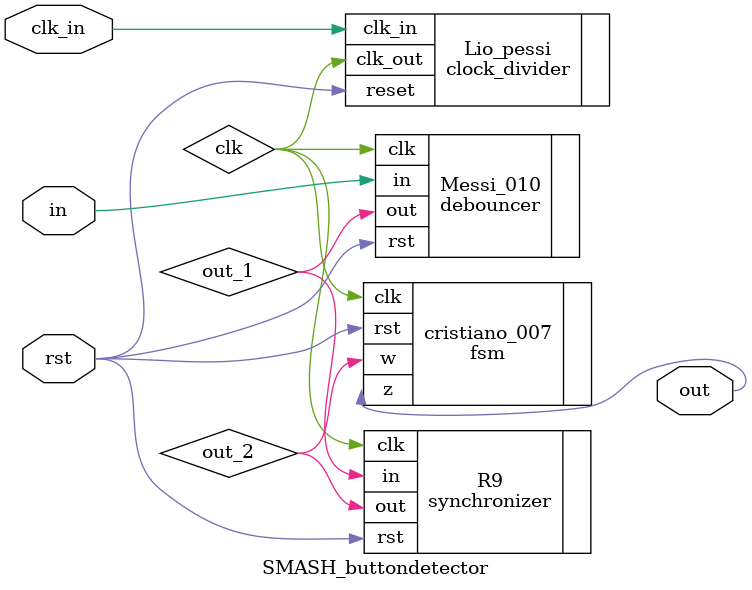
<source format=v>
`timescale 1ns / 1ps


module SMASH_buttondetector(input clk_in, rst, in, output out);
wire out_1, out_2; 
//clk div
wire clk;
clock_divider #(.DIVIDE_BY(500000)) Lio_pessi
(
    .clk_in(clk_in),
    .reset(rst),    
    .clk_out(clk)
);
debouncer Messi_010 (.clk(clk), .rst(rst), .in(in), .out(out_1));
synchronizer R9 (.clk(clk), .rst(rst), .in(out_1), .out(out_2));
fsm cristiano_007(.clk(clk), .rst(rst), .w(out_2), .z(out));
   
endmodule

</source>
